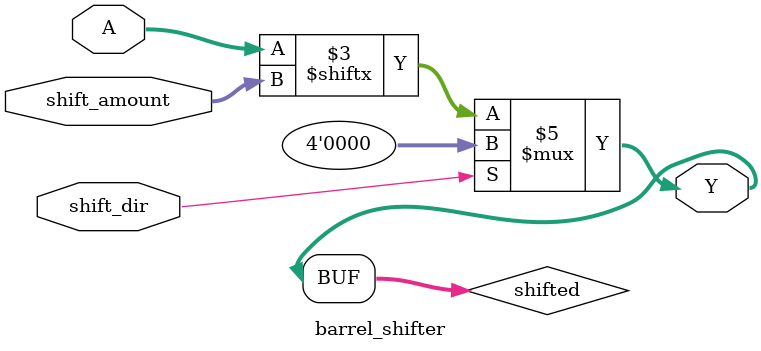
<source format=v>
module barrel_shifter (
    input [3:0] A,
    input [1:0] shift_amount,
    input shift_dir,
    output [3:0] Y
);

    reg [3:0] shifted;

    always @(*) begin
        if (shift_dir) // left shift
            shifted = {A[shift_amount[1:0]-1:0], 4'b0};
        else // right shift
            shifted = {4'b0, A[3:shift_amount]};
    end

    assign Y = shifted;

endmodule
</source>
